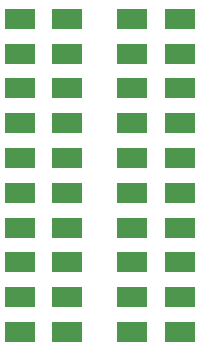
<source format=gbr>
G04 #@! TF.GenerationSoftware,KiCad,Pcbnew,(5.1.4-0-10_14)*
G04 #@! TF.CreationDate,2019-11-29T21:54:42+03:00*
G04 #@! TF.ProjectId,VHClick-rev1,5648436c-6963-46b2-9d72-6576312e6b69,rev?*
G04 #@! TF.SameCoordinates,Original*
G04 #@! TF.FileFunction,Paste,Bot*
G04 #@! TF.FilePolarity,Positive*
%FSLAX46Y46*%
G04 Gerber Fmt 4.6, Leading zero omitted, Abs format (unit mm)*
G04 Created by KiCad (PCBNEW (5.1.4-0-10_14)) date 2019-11-29 21:54:42*
%MOMM*%
%LPD*%
G04 APERTURE LIST*
%ADD10R,2.500000X1.800000*%
G04 APERTURE END LIST*
D10*
X141103100Y-80403700D03*
X137103100Y-80403700D03*
X137103100Y-83350100D03*
X141103100Y-83350100D03*
X141103100Y-86296500D03*
X137103100Y-86296500D03*
X137103100Y-89242900D03*
X141103100Y-89242900D03*
X141103100Y-92189300D03*
X137103100Y-92189300D03*
X127540000Y-80403700D03*
X131540000Y-80403700D03*
X131540000Y-83350100D03*
X127540000Y-83350100D03*
X127540000Y-86296500D03*
X131540000Y-86296500D03*
X131540000Y-89242900D03*
X127540000Y-89242900D03*
X127540000Y-92189300D03*
X131540000Y-92189300D03*
X131540000Y-65671700D03*
X127540000Y-65671700D03*
X127540000Y-68618100D03*
X131540000Y-68618100D03*
X131540000Y-71564500D03*
X127540000Y-71564500D03*
X127540000Y-74510900D03*
X131540000Y-74510900D03*
X131540000Y-77457300D03*
X127540000Y-77457300D03*
X137103100Y-65671700D03*
X141103100Y-65671700D03*
X141103100Y-68618100D03*
X137103100Y-68618100D03*
X137103100Y-71564500D03*
X141103100Y-71564500D03*
X141103100Y-74510900D03*
X137103100Y-74510900D03*
X137103100Y-77457300D03*
X141103100Y-77457300D03*
M02*

</source>
